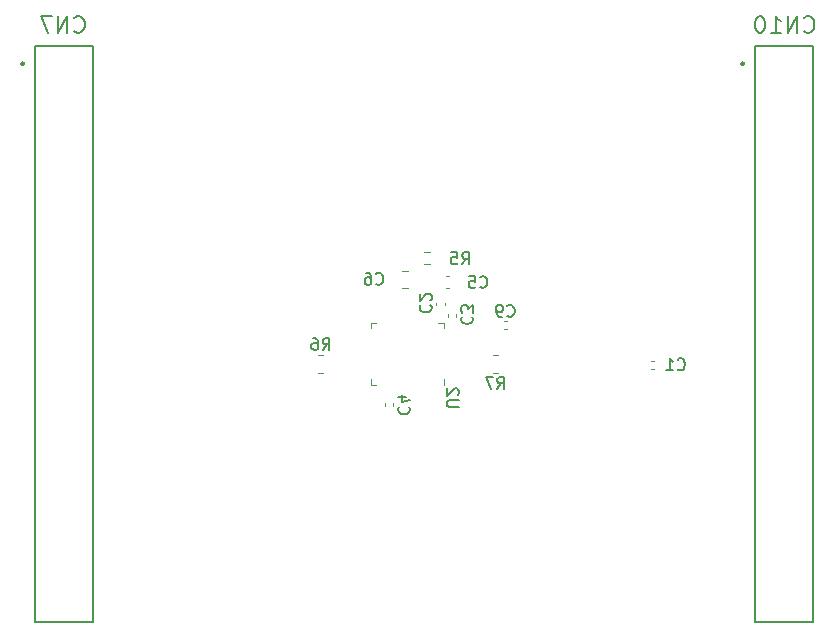
<source format=gbr>
%TF.GenerationSoftware,KiCad,Pcbnew,(6.0.11)*%
%TF.CreationDate,2024-08-05T21:32:57+07:00*%
%TF.ProjectId,Stepper_Motor_Expansion_Brd_revA,53746570-7065-4725-9f4d-6f746f725f45,rev?*%
%TF.SameCoordinates,PX5f5e100PY5f5e100*%
%TF.FileFunction,Legend,Bot*%
%TF.FilePolarity,Positive*%
%FSLAX46Y46*%
G04 Gerber Fmt 4.6, Leading zero omitted, Abs format (unit mm)*
G04 Created by KiCad (PCBNEW (6.0.11)) date 2024-08-05 21:32:57*
%MOMM*%
%LPD*%
G01*
G04 APERTURE LIST*
%ADD10C,0.150000*%
%ADD11C,0.120000*%
%ADD12C,0.200000*%
%ADD13C,0.250000*%
G04 APERTURE END LIST*
D10*
X41216666Y23227620D02*
X41550000Y23703810D01*
X41788095Y23227620D02*
X41788095Y24227620D01*
X41407142Y24227620D01*
X41311904Y24180000D01*
X41264285Y24132381D01*
X41216666Y24037143D01*
X41216666Y23894286D01*
X41264285Y23799048D01*
X41311904Y23751429D01*
X41407142Y23703810D01*
X41788095Y23703810D01*
X40883333Y24227620D02*
X40216666Y24227620D01*
X40645238Y23227620D01*
X39746666Y31852858D02*
X39794285Y31805239D01*
X39937142Y31757620D01*
X40032380Y31757620D01*
X40175238Y31805239D01*
X40270476Y31900477D01*
X40318095Y31995715D01*
X40365714Y32186191D01*
X40365714Y32329048D01*
X40318095Y32519524D01*
X40270476Y32614762D01*
X40175238Y32710000D01*
X40032380Y32757620D01*
X39937142Y32757620D01*
X39794285Y32710000D01*
X39746666Y32662381D01*
X38841904Y32757620D02*
X39318095Y32757620D01*
X39365714Y32281429D01*
X39318095Y32329048D01*
X39222857Y32376667D01*
X38984761Y32376667D01*
X38889523Y32329048D01*
X38841904Y32281429D01*
X38794285Y32186191D01*
X38794285Y31948096D01*
X38841904Y31852858D01*
X38889523Y31805239D01*
X38984761Y31757620D01*
X39222857Y31757620D01*
X39318095Y31805239D01*
X39365714Y31852858D01*
X5406666Y53500000D02*
X5473333Y53433334D01*
X5673333Y53366667D01*
X5806666Y53366667D01*
X6006666Y53433334D01*
X6140000Y53566667D01*
X6206666Y53700000D01*
X6273333Y53966667D01*
X6273333Y54166667D01*
X6206666Y54433334D01*
X6140000Y54566667D01*
X6006666Y54700000D01*
X5806666Y54766667D01*
X5673333Y54766667D01*
X5473333Y54700000D01*
X5406666Y54633334D01*
X4806666Y53366667D02*
X4806666Y54766667D01*
X4006666Y53366667D01*
X4006666Y54766667D01*
X3473333Y54766667D02*
X2540000Y54766667D01*
X3140000Y53366667D01*
X38226666Y33777620D02*
X38560000Y34253810D01*
X38798095Y33777620D02*
X38798095Y34777620D01*
X38417142Y34777620D01*
X38321904Y34730000D01*
X38274285Y34682381D01*
X38226666Y34587143D01*
X38226666Y34444286D01*
X38274285Y34349048D01*
X38321904Y34301429D01*
X38417142Y34253810D01*
X38798095Y34253810D01*
X37321904Y34777620D02*
X37798095Y34777620D01*
X37845714Y34301429D01*
X37798095Y34349048D01*
X37702857Y34396667D01*
X37464761Y34396667D01*
X37369523Y34349048D01*
X37321904Y34301429D01*
X37274285Y34206191D01*
X37274285Y33968096D01*
X37321904Y33872858D01*
X37369523Y33825239D01*
X37464761Y33777620D01*
X37702857Y33777620D01*
X37798095Y33825239D01*
X37845714Y33872858D01*
X56476666Y24892858D02*
X56524285Y24845239D01*
X56667142Y24797620D01*
X56762380Y24797620D01*
X56905238Y24845239D01*
X57000476Y24940477D01*
X57048095Y25035715D01*
X57095714Y25226191D01*
X57095714Y25369048D01*
X57048095Y25559524D01*
X57000476Y25654762D01*
X56905238Y25750000D01*
X56762380Y25797620D01*
X56667142Y25797620D01*
X56524285Y25750000D01*
X56476666Y25702381D01*
X55524285Y24797620D02*
X56095714Y24797620D01*
X55810000Y24797620D02*
X55810000Y25797620D01*
X55905238Y25654762D01*
X56000476Y25559524D01*
X56095714Y25511905D01*
X37947619Y21688096D02*
X37138095Y21688096D01*
X37042857Y21735715D01*
X36995238Y21783334D01*
X36947619Y21878572D01*
X36947619Y22069048D01*
X36995238Y22164286D01*
X37042857Y22211905D01*
X37138095Y22259524D01*
X37947619Y22259524D01*
X37852380Y22688096D02*
X37900000Y22735715D01*
X37947619Y22830953D01*
X37947619Y23069048D01*
X37900000Y23164286D01*
X37852380Y23211905D01*
X37757142Y23259524D01*
X37661904Y23259524D01*
X37519047Y23211905D01*
X36947619Y22640477D01*
X36947619Y23259524D01*
X26436666Y26517620D02*
X26770000Y26993810D01*
X27008095Y26517620D02*
X27008095Y27517620D01*
X26627142Y27517620D01*
X26531904Y27470000D01*
X26484285Y27422381D01*
X26436666Y27327143D01*
X26436666Y27184286D01*
X26484285Y27089048D01*
X26531904Y27041429D01*
X26627142Y26993810D01*
X27008095Y26993810D01*
X25579523Y27517620D02*
X25770000Y27517620D01*
X25865238Y27470000D01*
X25912857Y27422381D01*
X26008095Y27279524D01*
X26055714Y27089048D01*
X26055714Y26708096D01*
X26008095Y26612858D01*
X25960476Y26565239D01*
X25865238Y26517620D01*
X25674761Y26517620D01*
X25579523Y26565239D01*
X25531904Y26612858D01*
X25484285Y26708096D01*
X25484285Y26946191D01*
X25531904Y27041429D01*
X25579523Y27089048D01*
X25674761Y27136667D01*
X25865238Y27136667D01*
X25960476Y27089048D01*
X26008095Y27041429D01*
X26055714Y26946191D01*
X38232857Y29343334D02*
X38185238Y29295715D01*
X38137619Y29152858D01*
X38137619Y29057620D01*
X38185238Y28914762D01*
X38280476Y28819524D01*
X38375714Y28771905D01*
X38566190Y28724286D01*
X38709047Y28724286D01*
X38899523Y28771905D01*
X38994761Y28819524D01*
X39090000Y28914762D01*
X39137619Y29057620D01*
X39137619Y29152858D01*
X39090000Y29295715D01*
X39042380Y29343334D01*
X39137619Y29676667D02*
X39137619Y30295715D01*
X38756666Y29962381D01*
X38756666Y30105239D01*
X38709047Y30200477D01*
X38661428Y30248096D01*
X38566190Y30295715D01*
X38328095Y30295715D01*
X38232857Y30248096D01*
X38185238Y30200477D01*
X38137619Y30105239D01*
X38137619Y29819524D01*
X38185238Y29724286D01*
X38232857Y29676667D01*
X34742857Y30323334D02*
X34695238Y30275715D01*
X34647619Y30132858D01*
X34647619Y30037620D01*
X34695238Y29894762D01*
X34790476Y29799524D01*
X34885714Y29751905D01*
X35076190Y29704286D01*
X35219047Y29704286D01*
X35409523Y29751905D01*
X35504761Y29799524D01*
X35600000Y29894762D01*
X35647619Y30037620D01*
X35647619Y30132858D01*
X35600000Y30275715D01*
X35552380Y30323334D01*
X35552380Y30704286D02*
X35600000Y30751905D01*
X35647619Y30847143D01*
X35647619Y31085239D01*
X35600000Y31180477D01*
X35552380Y31228096D01*
X35457142Y31275715D01*
X35361904Y31275715D01*
X35219047Y31228096D01*
X34647619Y30656667D01*
X34647619Y31275715D01*
X67193333Y53500000D02*
X67260000Y53433334D01*
X67460000Y53366667D01*
X67593333Y53366667D01*
X67793333Y53433334D01*
X67926666Y53566667D01*
X67993333Y53700000D01*
X68060000Y53966667D01*
X68060000Y54166667D01*
X67993333Y54433334D01*
X67926666Y54566667D01*
X67793333Y54700000D01*
X67593333Y54766667D01*
X67460000Y54766667D01*
X67260000Y54700000D01*
X67193333Y54633334D01*
X66593333Y53366667D02*
X66593333Y54766667D01*
X65793333Y53366667D01*
X65793333Y54766667D01*
X64393333Y53366667D02*
X65193333Y53366667D01*
X64793333Y53366667D02*
X64793333Y54766667D01*
X64926666Y54566667D01*
X65060000Y54433334D01*
X65193333Y54366667D01*
X63526666Y54766667D02*
X63393333Y54766667D01*
X63260000Y54700000D01*
X63193333Y54633334D01*
X63126666Y54500000D01*
X63060000Y54233334D01*
X63060000Y53900000D01*
X63126666Y53633334D01*
X63193333Y53500000D01*
X63260000Y53433334D01*
X63393333Y53366667D01*
X63526666Y53366667D01*
X63660000Y53433334D01*
X63726666Y53500000D01*
X63793333Y53633334D01*
X63860000Y53900000D01*
X63860000Y54233334D01*
X63793333Y54500000D01*
X63726666Y54633334D01*
X63660000Y54700000D01*
X63526666Y54766667D01*
X42056666Y29432858D02*
X42104285Y29385239D01*
X42247142Y29337620D01*
X42342380Y29337620D01*
X42485238Y29385239D01*
X42580476Y29480477D01*
X42628095Y29575715D01*
X42675714Y29766191D01*
X42675714Y29909048D01*
X42628095Y30099524D01*
X42580476Y30194762D01*
X42485238Y30290000D01*
X42342380Y30337620D01*
X42247142Y30337620D01*
X42104285Y30290000D01*
X42056666Y30242381D01*
X41580476Y29337620D02*
X41390000Y29337620D01*
X41294761Y29385239D01*
X41247142Y29432858D01*
X41151904Y29575715D01*
X41104285Y29766191D01*
X41104285Y30147143D01*
X41151904Y30242381D01*
X41199523Y30290000D01*
X41294761Y30337620D01*
X41485238Y30337620D01*
X41580476Y30290000D01*
X41628095Y30242381D01*
X41675714Y30147143D01*
X41675714Y29909048D01*
X41628095Y29813810D01*
X41580476Y29766191D01*
X41485238Y29718572D01*
X41294761Y29718572D01*
X41199523Y29766191D01*
X41151904Y29813810D01*
X41104285Y29909048D01*
X30926666Y32142858D02*
X30974285Y32095239D01*
X31117142Y32047620D01*
X31212380Y32047620D01*
X31355238Y32095239D01*
X31450476Y32190477D01*
X31498095Y32285715D01*
X31545714Y32476191D01*
X31545714Y32619048D01*
X31498095Y32809524D01*
X31450476Y32904762D01*
X31355238Y33000000D01*
X31212380Y33047620D01*
X31117142Y33047620D01*
X30974285Y33000000D01*
X30926666Y32952381D01*
X30069523Y33047620D02*
X30260000Y33047620D01*
X30355238Y33000000D01*
X30402857Y32952381D01*
X30498095Y32809524D01*
X30545714Y32619048D01*
X30545714Y32238096D01*
X30498095Y32142858D01*
X30450476Y32095239D01*
X30355238Y32047620D01*
X30164761Y32047620D01*
X30069523Y32095239D01*
X30021904Y32142858D01*
X29974285Y32238096D01*
X29974285Y32476191D01*
X30021904Y32571429D01*
X30069523Y32619048D01*
X30164761Y32666667D01*
X30355238Y32666667D01*
X30450476Y32619048D01*
X30498095Y32571429D01*
X30545714Y32476191D01*
X32912857Y21693334D02*
X32865238Y21645715D01*
X32817619Y21502858D01*
X32817619Y21407620D01*
X32865238Y21264762D01*
X32960476Y21169524D01*
X33055714Y21121905D01*
X33246190Y21074286D01*
X33389047Y21074286D01*
X33579523Y21121905D01*
X33674761Y21169524D01*
X33770000Y21264762D01*
X33817619Y21407620D01*
X33817619Y21502858D01*
X33770000Y21645715D01*
X33722380Y21693334D01*
X33484285Y22550477D02*
X32817619Y22550477D01*
X33865238Y22312381D02*
X33150952Y22074286D01*
X33150952Y22693334D01*
D11*
X40822936Y24595000D02*
X41277064Y24595000D01*
X40822936Y26065000D02*
X41277064Y26065000D01*
X36879420Y32750000D02*
X37160580Y32750000D01*
X36879420Y31730000D02*
X37160580Y31730000D01*
D12*
X6995000Y52285000D02*
X6995000Y3515000D01*
X2045000Y52285000D02*
X6995000Y52285000D01*
X2045000Y3515000D02*
X2045000Y52285000D01*
X6995000Y3515000D02*
X2045000Y3515000D01*
D13*
X1120000Y50760000D02*
G75*
G03*
X1120000Y50760000I-100000J0D01*
G01*
D11*
X35005276Y33757500D02*
X35514724Y33757500D01*
X35005276Y34802500D02*
X35514724Y34802500D01*
X54262164Y25600000D02*
X54477836Y25600000D01*
X54262164Y24880000D02*
X54477836Y24880000D01*
X36710000Y24065000D02*
X36710000Y23590000D01*
X30490000Y24065000D02*
X30490000Y23590000D01*
X30490000Y23590000D02*
X30965000Y23590000D01*
X36710000Y28810000D02*
X36235000Y28810000D01*
X30490000Y28810000D02*
X30965000Y28810000D01*
X30490000Y28335000D02*
X30490000Y28810000D01*
X36710000Y28335000D02*
X36710000Y28810000D01*
X26497064Y26055000D02*
X26042936Y26055000D01*
X26497064Y24585000D02*
X26042936Y24585000D01*
X37030000Y29342164D02*
X37030000Y29557836D01*
X37750000Y29342164D02*
X37750000Y29557836D01*
X36050000Y30292164D02*
X36050000Y30507836D01*
X36770000Y30292164D02*
X36770000Y30507836D01*
D12*
X63005000Y52285000D02*
X67955000Y52285000D01*
X67955000Y3515000D02*
X63005000Y3515000D01*
X63005000Y3515000D02*
X63005000Y52285000D01*
X67955000Y52285000D02*
X67955000Y3515000D01*
D13*
X62080000Y50760000D02*
G75*
G03*
X62080000Y50760000I-100000J0D01*
G01*
D11*
X41792164Y28990000D02*
X42007836Y28990000D01*
X41792164Y28270000D02*
X42007836Y28270000D01*
X33661252Y33225000D02*
X33138748Y33225000D01*
X33661252Y31755000D02*
X33138748Y31755000D01*
X31680000Y21997836D02*
X31680000Y21782164D01*
X32400000Y21997836D02*
X32400000Y21782164D01*
M02*

</source>
